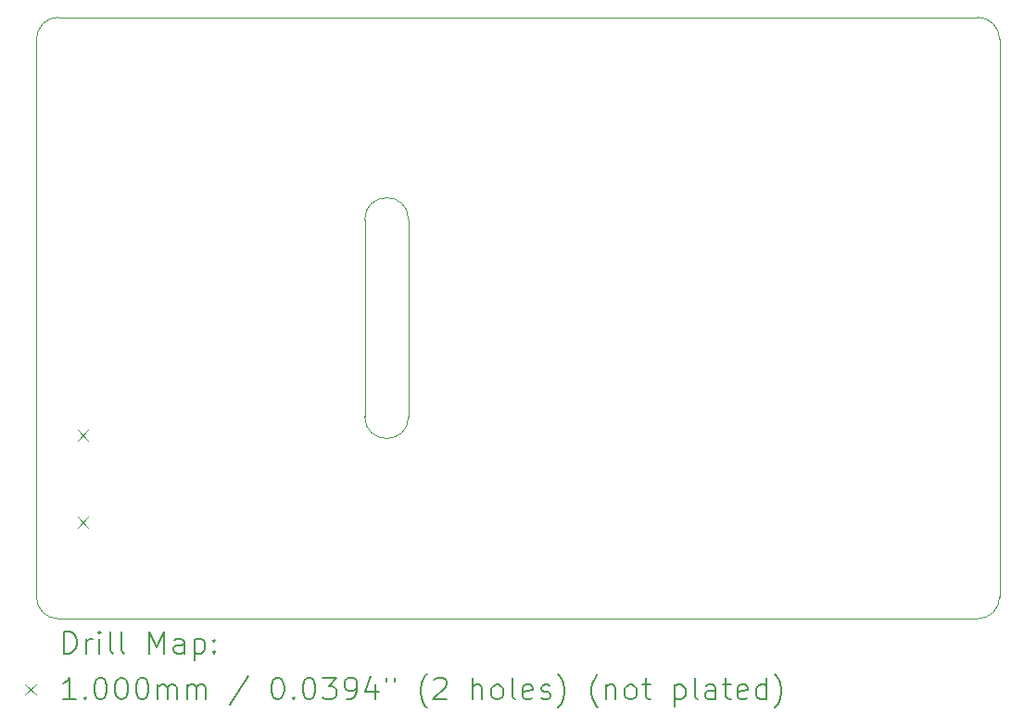
<source format=gbr>
%TF.GenerationSoftware,KiCad,Pcbnew,(6.0.10)*%
%TF.CreationDate,2022-12-31T21:02:23+01:00*%
%TF.ProjectId,ESPreen,45535072-6565-46e2-9e6b-696361645f70,0*%
%TF.SameCoordinates,Original*%
%TF.FileFunction,Drillmap*%
%TF.FilePolarity,Positive*%
%FSLAX45Y45*%
G04 Gerber Fmt 4.5, Leading zero omitted, Abs format (unit mm)*
G04 Created by KiCad (PCBNEW (6.0.10)) date 2022-12-31 21:02:23*
%MOMM*%
%LPD*%
G01*
G04 APERTURE LIST*
%ADD10C,0.100000*%
%ADD11C,0.200000*%
G04 APERTURE END LIST*
D10*
X11000000Y-6500000D02*
G75*
G03*
X10800000Y-6700000I0J-200000D01*
G01*
X13800000Y-10150000D02*
X13800000Y-8350000D01*
X14200000Y-8350000D02*
X14200000Y-10150000D01*
X19600000Y-6700000D02*
X19600000Y-11800000D01*
X14200000Y-8350000D02*
G75*
G03*
X13800000Y-8350000I-200000J0D01*
G01*
X19400000Y-12000000D02*
X11000000Y-12000000D01*
X10800000Y-11800000D02*
G75*
G03*
X11000000Y-12000000I200000J0D01*
G01*
X11000000Y-6500000D02*
X19400000Y-6500000D01*
X10800000Y-11800000D02*
X10800000Y-6700000D01*
X13800000Y-10150000D02*
G75*
G03*
X14200000Y-10150000I200000J0D01*
G01*
X19400000Y-12000000D02*
G75*
G03*
X19600000Y-11800000I0J200000D01*
G01*
X19600000Y-6700000D02*
G75*
G03*
X19400000Y-6500000I-200000J0D01*
G01*
D11*
D10*
X11175000Y-10270000D02*
X11275000Y-10370000D01*
X11275000Y-10270000D02*
X11175000Y-10370000D01*
X11175000Y-11070000D02*
X11275000Y-11170000D01*
X11275000Y-11070000D02*
X11175000Y-11170000D01*
D11*
X11052619Y-12315476D02*
X11052619Y-12115476D01*
X11100238Y-12115476D01*
X11128810Y-12125000D01*
X11147857Y-12144048D01*
X11157381Y-12163095D01*
X11166905Y-12201190D01*
X11166905Y-12229762D01*
X11157381Y-12267857D01*
X11147857Y-12286905D01*
X11128810Y-12305952D01*
X11100238Y-12315476D01*
X11052619Y-12315476D01*
X11252619Y-12315476D02*
X11252619Y-12182143D01*
X11252619Y-12220238D02*
X11262143Y-12201190D01*
X11271667Y-12191667D01*
X11290714Y-12182143D01*
X11309762Y-12182143D01*
X11376428Y-12315476D02*
X11376428Y-12182143D01*
X11376428Y-12115476D02*
X11366905Y-12125000D01*
X11376428Y-12134524D01*
X11385952Y-12125000D01*
X11376428Y-12115476D01*
X11376428Y-12134524D01*
X11500238Y-12315476D02*
X11481190Y-12305952D01*
X11471667Y-12286905D01*
X11471667Y-12115476D01*
X11605000Y-12315476D02*
X11585952Y-12305952D01*
X11576428Y-12286905D01*
X11576428Y-12115476D01*
X11833571Y-12315476D02*
X11833571Y-12115476D01*
X11900238Y-12258333D01*
X11966905Y-12115476D01*
X11966905Y-12315476D01*
X12147857Y-12315476D02*
X12147857Y-12210714D01*
X12138333Y-12191667D01*
X12119286Y-12182143D01*
X12081190Y-12182143D01*
X12062143Y-12191667D01*
X12147857Y-12305952D02*
X12128809Y-12315476D01*
X12081190Y-12315476D01*
X12062143Y-12305952D01*
X12052619Y-12286905D01*
X12052619Y-12267857D01*
X12062143Y-12248809D01*
X12081190Y-12239286D01*
X12128809Y-12239286D01*
X12147857Y-12229762D01*
X12243095Y-12182143D02*
X12243095Y-12382143D01*
X12243095Y-12191667D02*
X12262143Y-12182143D01*
X12300238Y-12182143D01*
X12319286Y-12191667D01*
X12328809Y-12201190D01*
X12338333Y-12220238D01*
X12338333Y-12277381D01*
X12328809Y-12296428D01*
X12319286Y-12305952D01*
X12300238Y-12315476D01*
X12262143Y-12315476D01*
X12243095Y-12305952D01*
X12424048Y-12296428D02*
X12433571Y-12305952D01*
X12424048Y-12315476D01*
X12414524Y-12305952D01*
X12424048Y-12296428D01*
X12424048Y-12315476D01*
X12424048Y-12191667D02*
X12433571Y-12201190D01*
X12424048Y-12210714D01*
X12414524Y-12201190D01*
X12424048Y-12191667D01*
X12424048Y-12210714D01*
D10*
X10695000Y-12595000D02*
X10795000Y-12695000D01*
X10795000Y-12595000D02*
X10695000Y-12695000D01*
D11*
X11157381Y-12735476D02*
X11043095Y-12735476D01*
X11100238Y-12735476D02*
X11100238Y-12535476D01*
X11081190Y-12564048D01*
X11062143Y-12583095D01*
X11043095Y-12592619D01*
X11243095Y-12716428D02*
X11252619Y-12725952D01*
X11243095Y-12735476D01*
X11233571Y-12725952D01*
X11243095Y-12716428D01*
X11243095Y-12735476D01*
X11376428Y-12535476D02*
X11395476Y-12535476D01*
X11414524Y-12545000D01*
X11424048Y-12554524D01*
X11433571Y-12573571D01*
X11443095Y-12611667D01*
X11443095Y-12659286D01*
X11433571Y-12697381D01*
X11424048Y-12716428D01*
X11414524Y-12725952D01*
X11395476Y-12735476D01*
X11376428Y-12735476D01*
X11357381Y-12725952D01*
X11347857Y-12716428D01*
X11338333Y-12697381D01*
X11328809Y-12659286D01*
X11328809Y-12611667D01*
X11338333Y-12573571D01*
X11347857Y-12554524D01*
X11357381Y-12545000D01*
X11376428Y-12535476D01*
X11566905Y-12535476D02*
X11585952Y-12535476D01*
X11605000Y-12545000D01*
X11614524Y-12554524D01*
X11624048Y-12573571D01*
X11633571Y-12611667D01*
X11633571Y-12659286D01*
X11624048Y-12697381D01*
X11614524Y-12716428D01*
X11605000Y-12725952D01*
X11585952Y-12735476D01*
X11566905Y-12735476D01*
X11547857Y-12725952D01*
X11538333Y-12716428D01*
X11528809Y-12697381D01*
X11519286Y-12659286D01*
X11519286Y-12611667D01*
X11528809Y-12573571D01*
X11538333Y-12554524D01*
X11547857Y-12545000D01*
X11566905Y-12535476D01*
X11757381Y-12535476D02*
X11776428Y-12535476D01*
X11795476Y-12545000D01*
X11805000Y-12554524D01*
X11814524Y-12573571D01*
X11824048Y-12611667D01*
X11824048Y-12659286D01*
X11814524Y-12697381D01*
X11805000Y-12716428D01*
X11795476Y-12725952D01*
X11776428Y-12735476D01*
X11757381Y-12735476D01*
X11738333Y-12725952D01*
X11728809Y-12716428D01*
X11719286Y-12697381D01*
X11709762Y-12659286D01*
X11709762Y-12611667D01*
X11719286Y-12573571D01*
X11728809Y-12554524D01*
X11738333Y-12545000D01*
X11757381Y-12535476D01*
X11909762Y-12735476D02*
X11909762Y-12602143D01*
X11909762Y-12621190D02*
X11919286Y-12611667D01*
X11938333Y-12602143D01*
X11966905Y-12602143D01*
X11985952Y-12611667D01*
X11995476Y-12630714D01*
X11995476Y-12735476D01*
X11995476Y-12630714D02*
X12005000Y-12611667D01*
X12024048Y-12602143D01*
X12052619Y-12602143D01*
X12071667Y-12611667D01*
X12081190Y-12630714D01*
X12081190Y-12735476D01*
X12176428Y-12735476D02*
X12176428Y-12602143D01*
X12176428Y-12621190D02*
X12185952Y-12611667D01*
X12205000Y-12602143D01*
X12233571Y-12602143D01*
X12252619Y-12611667D01*
X12262143Y-12630714D01*
X12262143Y-12735476D01*
X12262143Y-12630714D02*
X12271667Y-12611667D01*
X12290714Y-12602143D01*
X12319286Y-12602143D01*
X12338333Y-12611667D01*
X12347857Y-12630714D01*
X12347857Y-12735476D01*
X12738333Y-12525952D02*
X12566905Y-12783095D01*
X12995476Y-12535476D02*
X13014524Y-12535476D01*
X13033571Y-12545000D01*
X13043095Y-12554524D01*
X13052619Y-12573571D01*
X13062143Y-12611667D01*
X13062143Y-12659286D01*
X13052619Y-12697381D01*
X13043095Y-12716428D01*
X13033571Y-12725952D01*
X13014524Y-12735476D01*
X12995476Y-12735476D01*
X12976428Y-12725952D01*
X12966905Y-12716428D01*
X12957381Y-12697381D01*
X12947857Y-12659286D01*
X12947857Y-12611667D01*
X12957381Y-12573571D01*
X12966905Y-12554524D01*
X12976428Y-12545000D01*
X12995476Y-12535476D01*
X13147857Y-12716428D02*
X13157381Y-12725952D01*
X13147857Y-12735476D01*
X13138333Y-12725952D01*
X13147857Y-12716428D01*
X13147857Y-12735476D01*
X13281190Y-12535476D02*
X13300238Y-12535476D01*
X13319286Y-12545000D01*
X13328809Y-12554524D01*
X13338333Y-12573571D01*
X13347857Y-12611667D01*
X13347857Y-12659286D01*
X13338333Y-12697381D01*
X13328809Y-12716428D01*
X13319286Y-12725952D01*
X13300238Y-12735476D01*
X13281190Y-12735476D01*
X13262143Y-12725952D01*
X13252619Y-12716428D01*
X13243095Y-12697381D01*
X13233571Y-12659286D01*
X13233571Y-12611667D01*
X13243095Y-12573571D01*
X13252619Y-12554524D01*
X13262143Y-12545000D01*
X13281190Y-12535476D01*
X13414524Y-12535476D02*
X13538333Y-12535476D01*
X13471667Y-12611667D01*
X13500238Y-12611667D01*
X13519286Y-12621190D01*
X13528809Y-12630714D01*
X13538333Y-12649762D01*
X13538333Y-12697381D01*
X13528809Y-12716428D01*
X13519286Y-12725952D01*
X13500238Y-12735476D01*
X13443095Y-12735476D01*
X13424048Y-12725952D01*
X13414524Y-12716428D01*
X13633571Y-12735476D02*
X13671667Y-12735476D01*
X13690714Y-12725952D01*
X13700238Y-12716428D01*
X13719286Y-12687857D01*
X13728809Y-12649762D01*
X13728809Y-12573571D01*
X13719286Y-12554524D01*
X13709762Y-12545000D01*
X13690714Y-12535476D01*
X13652619Y-12535476D01*
X13633571Y-12545000D01*
X13624048Y-12554524D01*
X13614524Y-12573571D01*
X13614524Y-12621190D01*
X13624048Y-12640238D01*
X13633571Y-12649762D01*
X13652619Y-12659286D01*
X13690714Y-12659286D01*
X13709762Y-12649762D01*
X13719286Y-12640238D01*
X13728809Y-12621190D01*
X13900238Y-12602143D02*
X13900238Y-12735476D01*
X13852619Y-12525952D02*
X13805000Y-12668809D01*
X13928809Y-12668809D01*
X13995476Y-12535476D02*
X13995476Y-12573571D01*
X14071667Y-12535476D02*
X14071667Y-12573571D01*
X14366905Y-12811667D02*
X14357381Y-12802143D01*
X14338333Y-12773571D01*
X14328809Y-12754524D01*
X14319286Y-12725952D01*
X14309762Y-12678333D01*
X14309762Y-12640238D01*
X14319286Y-12592619D01*
X14328809Y-12564048D01*
X14338333Y-12545000D01*
X14357381Y-12516428D01*
X14366905Y-12506905D01*
X14433571Y-12554524D02*
X14443095Y-12545000D01*
X14462143Y-12535476D01*
X14509762Y-12535476D01*
X14528809Y-12545000D01*
X14538333Y-12554524D01*
X14547857Y-12573571D01*
X14547857Y-12592619D01*
X14538333Y-12621190D01*
X14424048Y-12735476D01*
X14547857Y-12735476D01*
X14785952Y-12735476D02*
X14785952Y-12535476D01*
X14871667Y-12735476D02*
X14871667Y-12630714D01*
X14862143Y-12611667D01*
X14843095Y-12602143D01*
X14814524Y-12602143D01*
X14795476Y-12611667D01*
X14785952Y-12621190D01*
X14995476Y-12735476D02*
X14976428Y-12725952D01*
X14966905Y-12716428D01*
X14957381Y-12697381D01*
X14957381Y-12640238D01*
X14966905Y-12621190D01*
X14976428Y-12611667D01*
X14995476Y-12602143D01*
X15024048Y-12602143D01*
X15043095Y-12611667D01*
X15052619Y-12621190D01*
X15062143Y-12640238D01*
X15062143Y-12697381D01*
X15052619Y-12716428D01*
X15043095Y-12725952D01*
X15024048Y-12735476D01*
X14995476Y-12735476D01*
X15176428Y-12735476D02*
X15157381Y-12725952D01*
X15147857Y-12706905D01*
X15147857Y-12535476D01*
X15328809Y-12725952D02*
X15309762Y-12735476D01*
X15271667Y-12735476D01*
X15252619Y-12725952D01*
X15243095Y-12706905D01*
X15243095Y-12630714D01*
X15252619Y-12611667D01*
X15271667Y-12602143D01*
X15309762Y-12602143D01*
X15328809Y-12611667D01*
X15338333Y-12630714D01*
X15338333Y-12649762D01*
X15243095Y-12668809D01*
X15414524Y-12725952D02*
X15433571Y-12735476D01*
X15471667Y-12735476D01*
X15490714Y-12725952D01*
X15500238Y-12706905D01*
X15500238Y-12697381D01*
X15490714Y-12678333D01*
X15471667Y-12668809D01*
X15443095Y-12668809D01*
X15424048Y-12659286D01*
X15414524Y-12640238D01*
X15414524Y-12630714D01*
X15424048Y-12611667D01*
X15443095Y-12602143D01*
X15471667Y-12602143D01*
X15490714Y-12611667D01*
X15566905Y-12811667D02*
X15576428Y-12802143D01*
X15595476Y-12773571D01*
X15605000Y-12754524D01*
X15614524Y-12725952D01*
X15624048Y-12678333D01*
X15624048Y-12640238D01*
X15614524Y-12592619D01*
X15605000Y-12564048D01*
X15595476Y-12545000D01*
X15576428Y-12516428D01*
X15566905Y-12506905D01*
X15928809Y-12811667D02*
X15919286Y-12802143D01*
X15900238Y-12773571D01*
X15890714Y-12754524D01*
X15881190Y-12725952D01*
X15871667Y-12678333D01*
X15871667Y-12640238D01*
X15881190Y-12592619D01*
X15890714Y-12564048D01*
X15900238Y-12545000D01*
X15919286Y-12516428D01*
X15928809Y-12506905D01*
X16005000Y-12602143D02*
X16005000Y-12735476D01*
X16005000Y-12621190D02*
X16014524Y-12611667D01*
X16033571Y-12602143D01*
X16062143Y-12602143D01*
X16081190Y-12611667D01*
X16090714Y-12630714D01*
X16090714Y-12735476D01*
X16214524Y-12735476D02*
X16195476Y-12725952D01*
X16185952Y-12716428D01*
X16176428Y-12697381D01*
X16176428Y-12640238D01*
X16185952Y-12621190D01*
X16195476Y-12611667D01*
X16214524Y-12602143D01*
X16243095Y-12602143D01*
X16262143Y-12611667D01*
X16271667Y-12621190D01*
X16281190Y-12640238D01*
X16281190Y-12697381D01*
X16271667Y-12716428D01*
X16262143Y-12725952D01*
X16243095Y-12735476D01*
X16214524Y-12735476D01*
X16338333Y-12602143D02*
X16414524Y-12602143D01*
X16366905Y-12535476D02*
X16366905Y-12706905D01*
X16376428Y-12725952D01*
X16395476Y-12735476D01*
X16414524Y-12735476D01*
X16633571Y-12602143D02*
X16633571Y-12802143D01*
X16633571Y-12611667D02*
X16652619Y-12602143D01*
X16690714Y-12602143D01*
X16709762Y-12611667D01*
X16719286Y-12621190D01*
X16728809Y-12640238D01*
X16728809Y-12697381D01*
X16719286Y-12716428D01*
X16709762Y-12725952D01*
X16690714Y-12735476D01*
X16652619Y-12735476D01*
X16633571Y-12725952D01*
X16843095Y-12735476D02*
X16824048Y-12725952D01*
X16814524Y-12706905D01*
X16814524Y-12535476D01*
X17005000Y-12735476D02*
X17005000Y-12630714D01*
X16995476Y-12611667D01*
X16976429Y-12602143D01*
X16938333Y-12602143D01*
X16919286Y-12611667D01*
X17005000Y-12725952D02*
X16985952Y-12735476D01*
X16938333Y-12735476D01*
X16919286Y-12725952D01*
X16909762Y-12706905D01*
X16909762Y-12687857D01*
X16919286Y-12668809D01*
X16938333Y-12659286D01*
X16985952Y-12659286D01*
X17005000Y-12649762D01*
X17071667Y-12602143D02*
X17147857Y-12602143D01*
X17100238Y-12535476D02*
X17100238Y-12706905D01*
X17109762Y-12725952D01*
X17128810Y-12735476D01*
X17147857Y-12735476D01*
X17290714Y-12725952D02*
X17271667Y-12735476D01*
X17233571Y-12735476D01*
X17214524Y-12725952D01*
X17205000Y-12706905D01*
X17205000Y-12630714D01*
X17214524Y-12611667D01*
X17233571Y-12602143D01*
X17271667Y-12602143D01*
X17290714Y-12611667D01*
X17300238Y-12630714D01*
X17300238Y-12649762D01*
X17205000Y-12668809D01*
X17471667Y-12735476D02*
X17471667Y-12535476D01*
X17471667Y-12725952D02*
X17452619Y-12735476D01*
X17414524Y-12735476D01*
X17395476Y-12725952D01*
X17385952Y-12716428D01*
X17376429Y-12697381D01*
X17376429Y-12640238D01*
X17385952Y-12621190D01*
X17395476Y-12611667D01*
X17414524Y-12602143D01*
X17452619Y-12602143D01*
X17471667Y-12611667D01*
X17547857Y-12811667D02*
X17557381Y-12802143D01*
X17576429Y-12773571D01*
X17585952Y-12754524D01*
X17595476Y-12725952D01*
X17605000Y-12678333D01*
X17605000Y-12640238D01*
X17595476Y-12592619D01*
X17585952Y-12564048D01*
X17576429Y-12545000D01*
X17557381Y-12516428D01*
X17547857Y-12506905D01*
M02*

</source>
